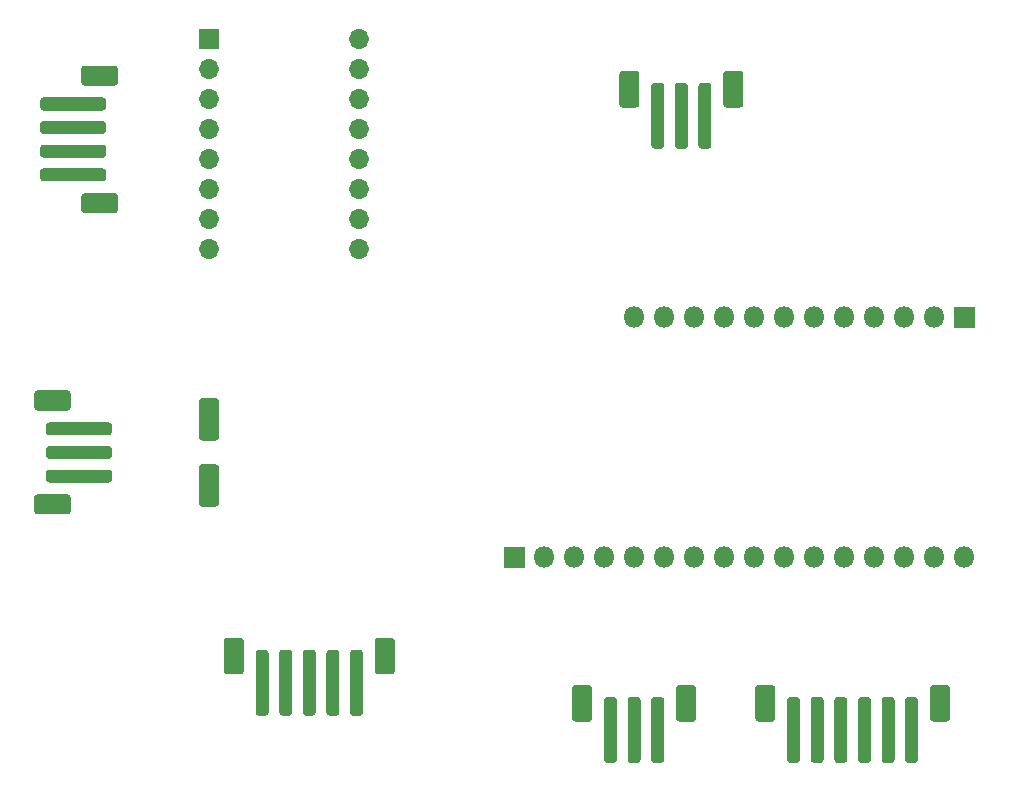
<source format=gbr>
G04 #@! TF.GenerationSoftware,KiCad,Pcbnew,(5.1.9)-1*
G04 #@! TF.CreationDate,2022-06-25T15:55:54-04:00*
G04 #@! TF.ProjectId,TarotMachine,5461726f-744d-4616-9368-696e652e6b69,rev?*
G04 #@! TF.SameCoordinates,Original*
G04 #@! TF.FileFunction,Soldermask,Top*
G04 #@! TF.FilePolarity,Negative*
%FSLAX46Y46*%
G04 Gerber Fmt 4.6, Leading zero omitted, Abs format (unit mm)*
G04 Created by KiCad (PCBNEW (5.1.9)-1) date 2022-06-25 15:55:54*
%MOMM*%
%LPD*%
G01*
G04 APERTURE LIST*
%ADD10O,1.802000X1.802000*%
%ADD11O,1.702000X1.702000*%
G04 APERTURE END LIST*
D10*
X92450000Y-48390000D03*
X89910000Y-48390000D03*
X87370000Y-48390000D03*
X84830000Y-48390000D03*
X82290000Y-48390000D03*
X79750000Y-48390000D03*
X77210000Y-48390000D03*
X74670000Y-48390000D03*
X72130000Y-48390000D03*
X69590000Y-48390000D03*
X67050000Y-48390000D03*
X64510000Y-48390000D03*
X61970000Y-48390000D03*
X59430000Y-48390000D03*
X56890000Y-48390000D03*
G36*
G01*
X55200000Y-49291000D02*
X53500000Y-49291000D01*
G75*
G02*
X53449000Y-49240000I0J51000D01*
G01*
X53449000Y-47540000D01*
G75*
G02*
X53500000Y-47489000I51000J0D01*
G01*
X55200000Y-47489000D01*
G75*
G02*
X55251000Y-47540000I0J-51000D01*
G01*
X55251000Y-49240000D01*
G75*
G02*
X55200000Y-49291000I-51000J0D01*
G01*
G37*
X64510000Y-28070000D03*
X67050000Y-28070000D03*
X69590000Y-28070000D03*
X72130000Y-28070000D03*
X74670000Y-28070000D03*
X77210000Y-28070000D03*
X79750000Y-28070000D03*
X82290000Y-28070000D03*
X84830000Y-28070000D03*
X87370000Y-28070000D03*
X89910000Y-28070000D03*
G36*
G01*
X91600000Y-27169000D02*
X93300000Y-27169000D01*
G75*
G02*
X93351000Y-27220000I0J-51000D01*
G01*
X93351000Y-28920000D01*
G75*
G02*
X93300000Y-28971000I-51000J0D01*
G01*
X91600000Y-28971000D01*
G75*
G02*
X91549000Y-28920000I0J51000D01*
G01*
X91549000Y-27220000D01*
G75*
G02*
X91600000Y-27169000I51000J0D01*
G01*
G37*
G36*
G01*
X27649000Y-5300000D02*
X27649000Y-3700000D01*
G75*
G02*
X27700000Y-3649000I51000J0D01*
G01*
X29300000Y-3649000D01*
G75*
G02*
X29351000Y-3700000I0J-51000D01*
G01*
X29351000Y-5300000D01*
G75*
G02*
X29300000Y-5351000I-51000J0D01*
G01*
X27700000Y-5351000D01*
G75*
G02*
X27649000Y-5300000I0J51000D01*
G01*
G37*
D11*
X41200000Y-22280000D03*
X28500000Y-7040000D03*
X41200000Y-19740000D03*
X28500000Y-9580000D03*
X41200000Y-17200000D03*
X28500000Y-12120000D03*
X41200000Y-14660000D03*
X28500000Y-14660000D03*
X41200000Y-12120000D03*
X28500000Y-17200000D03*
X41200000Y-9580000D03*
X28500000Y-19740000D03*
X41200000Y-7040000D03*
X28500000Y-22280000D03*
X41200000Y-4500000D03*
G36*
G01*
X29085063Y-44101000D02*
X27914937Y-44101000D01*
G75*
G02*
X27649000Y-43835063I0J265937D01*
G01*
X27649000Y-40764937D01*
G75*
G02*
X27914937Y-40499000I265937J0D01*
G01*
X29085063Y-40499000D01*
G75*
G02*
X29351000Y-40764937I0J-265937D01*
G01*
X29351000Y-43835063D01*
G75*
G02*
X29085063Y-44101000I-265937J0D01*
G01*
G37*
G36*
G01*
X29085063Y-38501000D02*
X27914937Y-38501000D01*
G75*
G02*
X27649000Y-38235063I0J265937D01*
G01*
X27649000Y-35164937D01*
G75*
G02*
X27914937Y-34899000I265937J0D01*
G01*
X29085063Y-34899000D01*
G75*
G02*
X29351000Y-35164937I0J-265937D01*
G01*
X29351000Y-38235063D01*
G75*
G02*
X29085063Y-38501000I-265937J0D01*
G01*
G37*
G36*
G01*
X68049000Y-62035063D02*
X68049000Y-59464937D01*
G75*
G02*
X68314937Y-59199000I265937J0D01*
G01*
X69485063Y-59199000D01*
G75*
G02*
X69751000Y-59464937I0J-265937D01*
G01*
X69751000Y-62035063D01*
G75*
G02*
X69485063Y-62301000I-265937J0D01*
G01*
X68314937Y-62301000D01*
G75*
G02*
X68049000Y-62035063I0J265937D01*
G01*
G37*
G36*
G01*
X59249000Y-62035063D02*
X59249000Y-59464937D01*
G75*
G02*
X59514937Y-59199000I265937J0D01*
G01*
X60685063Y-59199000D01*
G75*
G02*
X60951000Y-59464937I0J-265937D01*
G01*
X60951000Y-62035063D01*
G75*
G02*
X60685063Y-62301000I-265937J0D01*
G01*
X59514937Y-62301000D01*
G75*
G02*
X59249000Y-62035063I0J265937D01*
G01*
G37*
G36*
G01*
X65949000Y-65525500D02*
X65949000Y-60474500D01*
G75*
G02*
X66224500Y-60199000I275500J0D01*
G01*
X66775500Y-60199000D01*
G75*
G02*
X67051000Y-60474500I0J-275500D01*
G01*
X67051000Y-65525500D01*
G75*
G02*
X66775500Y-65801000I-275500J0D01*
G01*
X66224500Y-65801000D01*
G75*
G02*
X65949000Y-65525500I0J275500D01*
G01*
G37*
G36*
G01*
X63949000Y-65525500D02*
X63949000Y-60474500D01*
G75*
G02*
X64224500Y-60199000I275500J0D01*
G01*
X64775500Y-60199000D01*
G75*
G02*
X65051000Y-60474500I0J-275500D01*
G01*
X65051000Y-65525500D01*
G75*
G02*
X64775500Y-65801000I-275500J0D01*
G01*
X64224500Y-65801000D01*
G75*
G02*
X63949000Y-65525500I0J275500D01*
G01*
G37*
G36*
G01*
X61949000Y-65525500D02*
X61949000Y-60474500D01*
G75*
G02*
X62224500Y-60199000I275500J0D01*
G01*
X62775500Y-60199000D01*
G75*
G02*
X63051000Y-60474500I0J-275500D01*
G01*
X63051000Y-65525500D01*
G75*
G02*
X62775500Y-65801000I-275500J0D01*
G01*
X62224500Y-65801000D01*
G75*
G02*
X61949000Y-65525500I0J275500D01*
G01*
G37*
G36*
G01*
X65949000Y-13525500D02*
X65949000Y-8474500D01*
G75*
G02*
X66224500Y-8199000I275500J0D01*
G01*
X66775500Y-8199000D01*
G75*
G02*
X67051000Y-8474500I0J-275500D01*
G01*
X67051000Y-13525500D01*
G75*
G02*
X66775500Y-13801000I-275500J0D01*
G01*
X66224500Y-13801000D01*
G75*
G02*
X65949000Y-13525500I0J275500D01*
G01*
G37*
G36*
G01*
X67949000Y-13525500D02*
X67949000Y-8474500D01*
G75*
G02*
X68224500Y-8199000I275500J0D01*
G01*
X68775500Y-8199000D01*
G75*
G02*
X69051000Y-8474500I0J-275500D01*
G01*
X69051000Y-13525500D01*
G75*
G02*
X68775500Y-13801000I-275500J0D01*
G01*
X68224500Y-13801000D01*
G75*
G02*
X67949000Y-13525500I0J275500D01*
G01*
G37*
G36*
G01*
X69949000Y-13525500D02*
X69949000Y-8474500D01*
G75*
G02*
X70224500Y-8199000I275500J0D01*
G01*
X70775500Y-8199000D01*
G75*
G02*
X71051000Y-8474500I0J-275500D01*
G01*
X71051000Y-13525500D01*
G75*
G02*
X70775500Y-13801000I-275500J0D01*
G01*
X70224500Y-13801000D01*
G75*
G02*
X69949000Y-13525500I0J275500D01*
G01*
G37*
G36*
G01*
X63249000Y-10035063D02*
X63249000Y-7464937D01*
G75*
G02*
X63514937Y-7199000I265937J0D01*
G01*
X64685063Y-7199000D01*
G75*
G02*
X64951000Y-7464937I0J-265937D01*
G01*
X64951000Y-10035063D01*
G75*
G02*
X64685063Y-10301000I-265937J0D01*
G01*
X63514937Y-10301000D01*
G75*
G02*
X63249000Y-10035063I0J265937D01*
G01*
G37*
G36*
G01*
X72049000Y-10035063D02*
X72049000Y-7464937D01*
G75*
G02*
X72314937Y-7199000I265937J0D01*
G01*
X73485063Y-7199000D01*
G75*
G02*
X73751000Y-7464937I0J-265937D01*
G01*
X73751000Y-10035063D01*
G75*
G02*
X73485063Y-10301000I-265937J0D01*
G01*
X72314937Y-10301000D01*
G75*
G02*
X72049000Y-10035063I0J265937D01*
G01*
G37*
G36*
G01*
X16535063Y-35951000D02*
X13964937Y-35951000D01*
G75*
G02*
X13699000Y-35685063I0J265937D01*
G01*
X13699000Y-34514937D01*
G75*
G02*
X13964937Y-34249000I265937J0D01*
G01*
X16535063Y-34249000D01*
G75*
G02*
X16801000Y-34514937I0J-265937D01*
G01*
X16801000Y-35685063D01*
G75*
G02*
X16535063Y-35951000I-265937J0D01*
G01*
G37*
G36*
G01*
X16535063Y-44751000D02*
X13964937Y-44751000D01*
G75*
G02*
X13699000Y-44485063I0J265937D01*
G01*
X13699000Y-43314937D01*
G75*
G02*
X13964937Y-43049000I265937J0D01*
G01*
X16535063Y-43049000D01*
G75*
G02*
X16801000Y-43314937I0J-265937D01*
G01*
X16801000Y-44485063D01*
G75*
G02*
X16535063Y-44751000I-265937J0D01*
G01*
G37*
G36*
G01*
X20025500Y-38051000D02*
X14974500Y-38051000D01*
G75*
G02*
X14699000Y-37775500I0J275500D01*
G01*
X14699000Y-37224500D01*
G75*
G02*
X14974500Y-36949000I275500J0D01*
G01*
X20025500Y-36949000D01*
G75*
G02*
X20301000Y-37224500I0J-275500D01*
G01*
X20301000Y-37775500D01*
G75*
G02*
X20025500Y-38051000I-275500J0D01*
G01*
G37*
G36*
G01*
X20025500Y-40051000D02*
X14974500Y-40051000D01*
G75*
G02*
X14699000Y-39775500I0J275500D01*
G01*
X14699000Y-39224500D01*
G75*
G02*
X14974500Y-38949000I275500J0D01*
G01*
X20025500Y-38949000D01*
G75*
G02*
X20301000Y-39224500I0J-275500D01*
G01*
X20301000Y-39775500D01*
G75*
G02*
X20025500Y-40051000I-275500J0D01*
G01*
G37*
G36*
G01*
X20025500Y-42051000D02*
X14974500Y-42051000D01*
G75*
G02*
X14699000Y-41775500I0J275500D01*
G01*
X14699000Y-41224500D01*
G75*
G02*
X14974500Y-40949000I275500J0D01*
G01*
X20025500Y-40949000D01*
G75*
G02*
X20301000Y-41224500I0J-275500D01*
G01*
X20301000Y-41775500D01*
G75*
G02*
X20025500Y-42051000I-275500J0D01*
G01*
G37*
G36*
G01*
X77449000Y-65525500D02*
X77449000Y-60474500D01*
G75*
G02*
X77724500Y-60199000I275500J0D01*
G01*
X78275500Y-60199000D01*
G75*
G02*
X78551000Y-60474500I0J-275500D01*
G01*
X78551000Y-65525500D01*
G75*
G02*
X78275500Y-65801000I-275500J0D01*
G01*
X77724500Y-65801000D01*
G75*
G02*
X77449000Y-65525500I0J275500D01*
G01*
G37*
G36*
G01*
X79449000Y-65525500D02*
X79449000Y-60474500D01*
G75*
G02*
X79724500Y-60199000I275500J0D01*
G01*
X80275500Y-60199000D01*
G75*
G02*
X80551000Y-60474500I0J-275500D01*
G01*
X80551000Y-65525500D01*
G75*
G02*
X80275500Y-65801000I-275500J0D01*
G01*
X79724500Y-65801000D01*
G75*
G02*
X79449000Y-65525500I0J275500D01*
G01*
G37*
G36*
G01*
X81449000Y-65525500D02*
X81449000Y-60474500D01*
G75*
G02*
X81724500Y-60199000I275500J0D01*
G01*
X82275500Y-60199000D01*
G75*
G02*
X82551000Y-60474500I0J-275500D01*
G01*
X82551000Y-65525500D01*
G75*
G02*
X82275500Y-65801000I-275500J0D01*
G01*
X81724500Y-65801000D01*
G75*
G02*
X81449000Y-65525500I0J275500D01*
G01*
G37*
G36*
G01*
X83449000Y-65525500D02*
X83449000Y-60474500D01*
G75*
G02*
X83724500Y-60199000I275500J0D01*
G01*
X84275500Y-60199000D01*
G75*
G02*
X84551000Y-60474500I0J-275500D01*
G01*
X84551000Y-65525500D01*
G75*
G02*
X84275500Y-65801000I-275500J0D01*
G01*
X83724500Y-65801000D01*
G75*
G02*
X83449000Y-65525500I0J275500D01*
G01*
G37*
G36*
G01*
X85449000Y-65525500D02*
X85449000Y-60474500D01*
G75*
G02*
X85724500Y-60199000I275500J0D01*
G01*
X86275500Y-60199000D01*
G75*
G02*
X86551000Y-60474500I0J-275500D01*
G01*
X86551000Y-65525500D01*
G75*
G02*
X86275500Y-65801000I-275500J0D01*
G01*
X85724500Y-65801000D01*
G75*
G02*
X85449000Y-65525500I0J275500D01*
G01*
G37*
G36*
G01*
X87449000Y-65525500D02*
X87449000Y-60474500D01*
G75*
G02*
X87724500Y-60199000I275500J0D01*
G01*
X88275500Y-60199000D01*
G75*
G02*
X88551000Y-60474500I0J-275500D01*
G01*
X88551000Y-65525500D01*
G75*
G02*
X88275500Y-65801000I-275500J0D01*
G01*
X87724500Y-65801000D01*
G75*
G02*
X87449000Y-65525500I0J275500D01*
G01*
G37*
G36*
G01*
X74749000Y-62035063D02*
X74749000Y-59464937D01*
G75*
G02*
X75014937Y-59199000I265937J0D01*
G01*
X76185063Y-59199000D01*
G75*
G02*
X76451000Y-59464937I0J-265937D01*
G01*
X76451000Y-62035063D01*
G75*
G02*
X76185063Y-62301000I-265937J0D01*
G01*
X75014937Y-62301000D01*
G75*
G02*
X74749000Y-62035063I0J265937D01*
G01*
G37*
G36*
G01*
X89549000Y-62035063D02*
X89549000Y-59464937D01*
G75*
G02*
X89814937Y-59199000I265937J0D01*
G01*
X90985063Y-59199000D01*
G75*
G02*
X91251000Y-59464937I0J-265937D01*
G01*
X91251000Y-62035063D01*
G75*
G02*
X90985063Y-62301000I-265937J0D01*
G01*
X89814937Y-62301000D01*
G75*
G02*
X89549000Y-62035063I0J265937D01*
G01*
G37*
G36*
G01*
X14474500Y-9449000D02*
X19525500Y-9449000D01*
G75*
G02*
X19801000Y-9724500I0J-275500D01*
G01*
X19801000Y-10275500D01*
G75*
G02*
X19525500Y-10551000I-275500J0D01*
G01*
X14474500Y-10551000D01*
G75*
G02*
X14199000Y-10275500I0J275500D01*
G01*
X14199000Y-9724500D01*
G75*
G02*
X14474500Y-9449000I275500J0D01*
G01*
G37*
G36*
G01*
X14474500Y-11449000D02*
X19525500Y-11449000D01*
G75*
G02*
X19801000Y-11724500I0J-275500D01*
G01*
X19801000Y-12275500D01*
G75*
G02*
X19525500Y-12551000I-275500J0D01*
G01*
X14474500Y-12551000D01*
G75*
G02*
X14199000Y-12275500I0J275500D01*
G01*
X14199000Y-11724500D01*
G75*
G02*
X14474500Y-11449000I275500J0D01*
G01*
G37*
G36*
G01*
X14474500Y-13449000D02*
X19525500Y-13449000D01*
G75*
G02*
X19801000Y-13724500I0J-275500D01*
G01*
X19801000Y-14275500D01*
G75*
G02*
X19525500Y-14551000I-275500J0D01*
G01*
X14474500Y-14551000D01*
G75*
G02*
X14199000Y-14275500I0J275500D01*
G01*
X14199000Y-13724500D01*
G75*
G02*
X14474500Y-13449000I275500J0D01*
G01*
G37*
G36*
G01*
X14474500Y-15449000D02*
X19525500Y-15449000D01*
G75*
G02*
X19801000Y-15724500I0J-275500D01*
G01*
X19801000Y-16275500D01*
G75*
G02*
X19525500Y-16551000I-275500J0D01*
G01*
X14474500Y-16551000D01*
G75*
G02*
X14199000Y-16275500I0J275500D01*
G01*
X14199000Y-15724500D01*
G75*
G02*
X14474500Y-15449000I275500J0D01*
G01*
G37*
G36*
G01*
X17964937Y-6749000D02*
X20535063Y-6749000D01*
G75*
G02*
X20801000Y-7014937I0J-265937D01*
G01*
X20801000Y-8185063D01*
G75*
G02*
X20535063Y-8451000I-265937J0D01*
G01*
X17964937Y-8451000D01*
G75*
G02*
X17699000Y-8185063I0J265937D01*
G01*
X17699000Y-7014937D01*
G75*
G02*
X17964937Y-6749000I265937J0D01*
G01*
G37*
G36*
G01*
X17964937Y-17549000D02*
X20535063Y-17549000D01*
G75*
G02*
X20801000Y-17814937I0J-265937D01*
G01*
X20801000Y-18985063D01*
G75*
G02*
X20535063Y-19251000I-265937J0D01*
G01*
X17964937Y-19251000D01*
G75*
G02*
X17699000Y-18985063I0J265937D01*
G01*
X17699000Y-17814937D01*
G75*
G02*
X17964937Y-17549000I265937J0D01*
G01*
G37*
G36*
G01*
X32449000Y-61525500D02*
X32449000Y-56474500D01*
G75*
G02*
X32724500Y-56199000I275500J0D01*
G01*
X33275500Y-56199000D01*
G75*
G02*
X33551000Y-56474500I0J-275500D01*
G01*
X33551000Y-61525500D01*
G75*
G02*
X33275500Y-61801000I-275500J0D01*
G01*
X32724500Y-61801000D01*
G75*
G02*
X32449000Y-61525500I0J275500D01*
G01*
G37*
G36*
G01*
X34449000Y-61525500D02*
X34449000Y-56474500D01*
G75*
G02*
X34724500Y-56199000I275500J0D01*
G01*
X35275500Y-56199000D01*
G75*
G02*
X35551000Y-56474500I0J-275500D01*
G01*
X35551000Y-61525500D01*
G75*
G02*
X35275500Y-61801000I-275500J0D01*
G01*
X34724500Y-61801000D01*
G75*
G02*
X34449000Y-61525500I0J275500D01*
G01*
G37*
G36*
G01*
X36449000Y-61525500D02*
X36449000Y-56474500D01*
G75*
G02*
X36724500Y-56199000I275500J0D01*
G01*
X37275500Y-56199000D01*
G75*
G02*
X37551000Y-56474500I0J-275500D01*
G01*
X37551000Y-61525500D01*
G75*
G02*
X37275500Y-61801000I-275500J0D01*
G01*
X36724500Y-61801000D01*
G75*
G02*
X36449000Y-61525500I0J275500D01*
G01*
G37*
G36*
G01*
X38449000Y-61525500D02*
X38449000Y-56474500D01*
G75*
G02*
X38724500Y-56199000I275500J0D01*
G01*
X39275500Y-56199000D01*
G75*
G02*
X39551000Y-56474500I0J-275500D01*
G01*
X39551000Y-61525500D01*
G75*
G02*
X39275500Y-61801000I-275500J0D01*
G01*
X38724500Y-61801000D01*
G75*
G02*
X38449000Y-61525500I0J275500D01*
G01*
G37*
G36*
G01*
X40449000Y-61525500D02*
X40449000Y-56474500D01*
G75*
G02*
X40724500Y-56199000I275500J0D01*
G01*
X41275500Y-56199000D01*
G75*
G02*
X41551000Y-56474500I0J-275500D01*
G01*
X41551000Y-61525500D01*
G75*
G02*
X41275500Y-61801000I-275500J0D01*
G01*
X40724500Y-61801000D01*
G75*
G02*
X40449000Y-61525500I0J275500D01*
G01*
G37*
G36*
G01*
X29749000Y-58035063D02*
X29749000Y-55464937D01*
G75*
G02*
X30014937Y-55199000I265937J0D01*
G01*
X31185063Y-55199000D01*
G75*
G02*
X31451000Y-55464937I0J-265937D01*
G01*
X31451000Y-58035063D01*
G75*
G02*
X31185063Y-58301000I-265937J0D01*
G01*
X30014937Y-58301000D01*
G75*
G02*
X29749000Y-58035063I0J265937D01*
G01*
G37*
G36*
G01*
X42549000Y-58035063D02*
X42549000Y-55464937D01*
G75*
G02*
X42814937Y-55199000I265937J0D01*
G01*
X43985063Y-55199000D01*
G75*
G02*
X44251000Y-55464937I0J-265937D01*
G01*
X44251000Y-58035063D01*
G75*
G02*
X43985063Y-58301000I-265937J0D01*
G01*
X42814937Y-58301000D01*
G75*
G02*
X42549000Y-58035063I0J265937D01*
G01*
G37*
M02*

</source>
